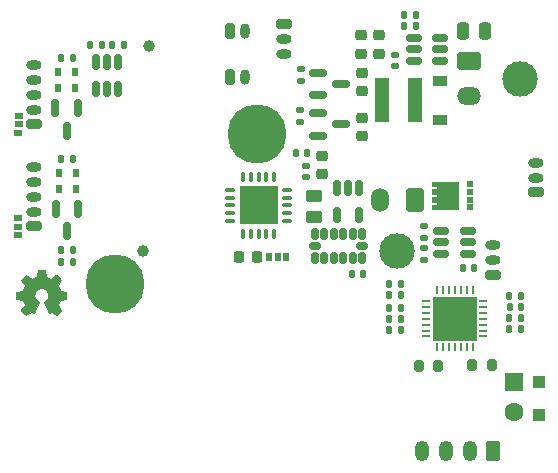
<source format=gbs>
%TF.GenerationSoftware,KiCad,Pcbnew,(6.0.6)*%
%TF.CreationDate,2022-08-27T18:47:02+08:00*%
%TF.ProjectId,Stealthburner_Toolhead_PCB,53746561-6c74-4686-9275-726e65725f54,rev?*%
%TF.SameCoordinates,Original*%
%TF.FileFunction,Soldermask,Bot*%
%TF.FilePolarity,Negative*%
%FSLAX46Y46*%
G04 Gerber Fmt 4.6, Leading zero omitted, Abs format (unit mm)*
G04 Created by KiCad (PCBNEW (6.0.6)) date 2022-08-27 18:47:02*
%MOMM*%
%LPD*%
G01*
G04 APERTURE LIST*
G04 Aperture macros list*
%AMRoundRect*
0 Rectangle with rounded corners*
0 $1 Rounding radius*
0 $2 $3 $4 $5 $6 $7 $8 $9 X,Y pos of 4 corners*
0 Add a 4 corners polygon primitive as box body*
4,1,4,$2,$3,$4,$5,$6,$7,$8,$9,$2,$3,0*
0 Add four circle primitives for the rounded corners*
1,1,$1+$1,$2,$3*
1,1,$1+$1,$4,$5*
1,1,$1+$1,$6,$7*
1,1,$1+$1,$8,$9*
0 Add four rect primitives between the rounded corners*
20,1,$1+$1,$2,$3,$4,$5,0*
20,1,$1+$1,$4,$5,$6,$7,0*
20,1,$1+$1,$6,$7,$8,$9,0*
20,1,$1+$1,$8,$9,$2,$3,0*%
%AMFreePoly0*
4,1,17,1.370000,0.720000,0.950000,0.720000,0.950000,0.580000,1.370000,0.580000,1.370000,0.080000,0.950000,0.080000,0.950000,-0.080000,1.370000,-0.080000,1.370000,-0.580000,0.950000,-0.580000,0.950000,-0.720000,1.371000,-0.720000,1.371000,-1.225000,-0.950000,-1.225000,-0.950000,1.225000,1.370000,1.225000,1.370000,0.720000,1.370000,0.720000,$1*%
G04 Aperture macros list end*
%ADD10C,0.024000*%
%ADD11RoundRect,0.200000X-0.200000X-0.450000X0.200000X-0.450000X0.200000X0.450000X-0.200000X0.450000X0*%
%ADD12O,0.800000X1.300000*%
%ADD13C,3.000000*%
%ADD14RoundRect,0.250001X0.499999X0.759999X-0.499999X0.759999X-0.499999X-0.759999X0.499999X-0.759999X0*%
%ADD15O,1.500000X2.020000*%
%ADD16RoundRect,0.200000X0.450000X-0.200000X0.450000X0.200000X-0.450000X0.200000X-0.450000X-0.200000X0*%
%ADD17O,1.300000X0.800000*%
%ADD18R,1.600000X1.600000*%
%ADD19C,1.600000*%
%ADD20C,1.000000*%
%ADD21C,5.000000*%
%ADD22RoundRect,0.200000X-0.450000X0.200000X-0.450000X-0.200000X0.450000X-0.200000X0.450000X0.200000X0*%
%ADD23RoundRect,0.250001X-0.759999X0.499999X-0.759999X-0.499999X0.759999X-0.499999X0.759999X0.499999X0*%
%ADD24O,2.020000X1.500000*%
%ADD25RoundRect,0.225000X0.250000X-0.225000X0.250000X0.225000X-0.250000X0.225000X-0.250000X-0.225000X0*%
%ADD26RoundRect,0.225000X-0.250000X0.225000X-0.250000X-0.225000X0.250000X-0.225000X0.250000X0.225000X0*%
%ADD27RoundRect,0.150000X-0.512500X-0.150000X0.512500X-0.150000X0.512500X0.150000X-0.512500X0.150000X0*%
%ADD28RoundRect,0.075000X0.337500X0.075000X-0.337500X0.075000X-0.337500X-0.075000X0.337500X-0.075000X0*%
%ADD29RoundRect,0.075000X0.075000X0.337500X-0.075000X0.337500X-0.075000X-0.337500X0.075000X-0.337500X0*%
%ADD30R,3.250000X3.250000*%
%ADD31RoundRect,0.135000X0.135000X0.185000X-0.135000X0.185000X-0.135000X-0.185000X0.135000X-0.185000X0*%
%ADD32RoundRect,0.135000X-0.135000X-0.185000X0.135000X-0.185000X0.135000X0.185000X-0.135000X0.185000X0*%
%ADD33RoundRect,0.140000X0.140000X0.170000X-0.140000X0.170000X-0.140000X-0.170000X0.140000X-0.170000X0*%
%ADD34RoundRect,0.150000X-0.150000X0.587500X-0.150000X-0.587500X0.150000X-0.587500X0.150000X0.587500X0*%
%ADD35RoundRect,0.150000X-0.587500X-0.150000X0.587500X-0.150000X0.587500X0.150000X-0.587500X0.150000X0*%
%ADD36RoundRect,0.140000X0.170000X-0.140000X0.170000X0.140000X-0.170000X0.140000X-0.170000X-0.140000X0*%
%ADD37RoundRect,0.140000X-0.140000X-0.170000X0.140000X-0.170000X0.140000X0.170000X-0.140000X0.170000X0*%
%ADD38R,0.630000X0.500000*%
%ADD39FreePoly0,180.000000*%
%ADD40R,0.600000X0.700000*%
%ADD41RoundRect,0.250000X-0.450000X0.262500X-0.450000X-0.262500X0.450000X-0.262500X0.450000X0.262500X0*%
%ADD42RoundRect,0.200000X-0.200000X-0.275000X0.200000X-0.275000X0.200000X0.275000X-0.200000X0.275000X0*%
%ADD43RoundRect,0.200000X0.200000X0.275000X-0.200000X0.275000X-0.200000X-0.275000X0.200000X-0.275000X0*%
%ADD44RoundRect,0.150000X-0.150000X0.512500X-0.150000X-0.512500X0.150000X-0.512500X0.150000X0.512500X0*%
%ADD45R,1.200000X0.900000*%
%ADD46R,1.200000X3.700000*%
%ADD47RoundRect,0.140000X-0.170000X0.140000X-0.170000X-0.140000X0.170000X-0.140000X0.170000X0.140000X0*%
%ADD48R,0.800000X0.500000*%
%ADD49R,0.762000X0.254000*%
%ADD50R,0.254000X0.762000*%
%ADD51R,3.800000X3.800000*%
%ADD52RoundRect,0.150000X0.150000X-0.325000X0.150000X0.325000X-0.150000X0.325000X-0.150000X-0.325000X0*%
%ADD53RoundRect,0.150000X0.325000X-0.150000X0.325000X0.150000X-0.325000X0.150000X-0.325000X-0.150000X0*%
%ADD54R,0.500000X0.800000*%
%ADD55RoundRect,0.218750X-0.256250X0.218750X-0.256250X-0.218750X0.256250X-0.218750X0.256250X0.218750X0*%
%ADD56RoundRect,0.250000X-0.250000X-0.475000X0.250000X-0.475000X0.250000X0.475000X-0.250000X0.475000X0*%
%ADD57RoundRect,0.135000X-0.185000X0.135000X-0.185000X-0.135000X0.185000X-0.135000X0.185000X0.135000X0*%
%ADD58RoundRect,0.250000X0.350000X0.625000X-0.350000X0.625000X-0.350000X-0.625000X0.350000X-0.625000X0*%
%ADD59O,1.200000X1.750000*%
%ADD60RoundRect,0.225000X0.225000X0.250000X-0.225000X0.250000X-0.225000X-0.250000X0.225000X-0.250000X0*%
%ADD61R,1.100000X1.100000*%
%ADD62RoundRect,0.135000X0.185000X-0.135000X0.185000X0.135000X-0.185000X0.135000X-0.185000X-0.135000X0*%
G04 APERTURE END LIST*
D10*
G36*
X103590643Y-120141124D02*
G01*
X103591892Y-120141242D01*
X103593127Y-120141411D01*
X103594346Y-120141631D01*
X103595548Y-120141901D01*
X103596733Y-120142219D01*
X103597899Y-120142584D01*
X103599044Y-120142996D01*
X103600168Y-120143454D01*
X103601270Y-120143956D01*
X103602347Y-120144501D01*
X103603399Y-120145089D01*
X103604426Y-120145719D01*
X103605424Y-120146389D01*
X103606394Y-120147099D01*
X103607334Y-120147847D01*
X103608243Y-120148633D01*
X103609120Y-120149455D01*
X103609963Y-120150312D01*
X103610771Y-120151205D01*
X103611543Y-120152130D01*
X103612279Y-120153088D01*
X103612976Y-120154078D01*
X103613633Y-120155098D01*
X103614249Y-120156148D01*
X103614824Y-120157226D01*
X103615355Y-120158331D01*
X103615842Y-120159463D01*
X103616284Y-120160621D01*
X103616678Y-120161803D01*
X103617025Y-120163009D01*
X103617322Y-120164236D01*
X103717970Y-120702716D01*
X103718595Y-120705394D01*
X103719384Y-120708007D01*
X103720330Y-120710550D01*
X103721428Y-120713017D01*
X103722674Y-120715402D01*
X103724062Y-120717699D01*
X103725587Y-120719901D01*
X103727244Y-120722002D01*
X103729028Y-120723997D01*
X103730934Y-120725880D01*
X103732956Y-120727643D01*
X103735090Y-120729282D01*
X103737331Y-120730790D01*
X103739672Y-120732160D01*
X103742110Y-120733388D01*
X103744639Y-120734466D01*
X104107542Y-120882739D01*
X104110042Y-120883715D01*
X104112579Y-120884535D01*
X104115147Y-120885199D01*
X104117739Y-120885708D01*
X104120348Y-120886062D01*
X104122966Y-120886262D01*
X104125588Y-120886308D01*
X104128206Y-120886201D01*
X104130813Y-120885941D01*
X104133402Y-120885529D01*
X104135967Y-120884964D01*
X104138501Y-120884248D01*
X104140996Y-120883382D01*
X104143445Y-120882365D01*
X104145843Y-120881198D01*
X104148182Y-120879881D01*
X104596809Y-120568096D01*
X104597885Y-120567431D01*
X104598980Y-120566816D01*
X104600093Y-120566252D01*
X104601221Y-120565738D01*
X104602365Y-120565275D01*
X104603521Y-120564862D01*
X104604689Y-120564499D01*
X104605866Y-120564185D01*
X104607052Y-120563922D01*
X104608245Y-120563708D01*
X104610644Y-120563428D01*
X104613051Y-120563345D01*
X104615453Y-120563458D01*
X104617839Y-120563765D01*
X104620194Y-120564266D01*
X104622508Y-120564959D01*
X104623645Y-120565377D01*
X104624767Y-120565843D01*
X104625872Y-120566357D01*
X104626959Y-120566918D01*
X104628025Y-120567526D01*
X104629070Y-120568181D01*
X104630092Y-120568884D01*
X104631090Y-120569633D01*
X104632061Y-120570429D01*
X104633004Y-120571271D01*
X105014005Y-120952271D01*
X105014852Y-120953198D01*
X105015653Y-120954153D01*
X105017117Y-120956141D01*
X105018394Y-120958224D01*
X105019484Y-120960387D01*
X105020385Y-120962620D01*
X105021097Y-120964909D01*
X105021617Y-120967243D01*
X105021945Y-120969607D01*
X105022079Y-120971990D01*
X105022019Y-120974380D01*
X105021762Y-120976764D01*
X105021309Y-120979128D01*
X105020656Y-120981462D01*
X105019805Y-120983751D01*
X105018752Y-120985984D01*
X105018150Y-120987076D01*
X105017497Y-120988149D01*
X104713332Y-121432649D01*
X104712008Y-121434968D01*
X104710837Y-121437347D01*
X104709819Y-121439780D01*
X104708956Y-121442260D01*
X104708248Y-121444778D01*
X104707694Y-121447328D01*
X104707297Y-121449903D01*
X104707055Y-121452495D01*
X104706970Y-121455096D01*
X104707041Y-121457700D01*
X104707270Y-121460300D01*
X104707657Y-121462887D01*
X104708202Y-121465456D01*
X104708906Y-121467997D01*
X104709769Y-121470505D01*
X104710792Y-121472971D01*
X104869542Y-121846351D01*
X104870661Y-121848849D01*
X104871921Y-121851258D01*
X104873318Y-121853574D01*
X104874845Y-121855791D01*
X104876496Y-121857906D01*
X104878267Y-121859912D01*
X104880151Y-121861807D01*
X104882143Y-121863584D01*
X104884237Y-121865239D01*
X104886428Y-121866768D01*
X104888711Y-121868166D01*
X104891078Y-121869428D01*
X104893526Y-121870549D01*
X104896048Y-121871525D01*
X104898638Y-121872350D01*
X104901292Y-121873021D01*
X105423262Y-121969859D01*
X105423897Y-121969859D01*
X105425119Y-121970165D01*
X105426319Y-121970520D01*
X105427495Y-121970921D01*
X105428647Y-121971369D01*
X105429774Y-121971862D01*
X105430875Y-121972398D01*
X105432993Y-121973596D01*
X105434995Y-121974955D01*
X105436872Y-121976465D01*
X105438617Y-121978116D01*
X105440222Y-121979900D01*
X105441678Y-121981806D01*
X105442979Y-121983826D01*
X105444116Y-121985950D01*
X105445082Y-121988168D01*
X105445868Y-121990472D01*
X105446192Y-121991652D01*
X105446467Y-121992851D01*
X105446695Y-121994066D01*
X105446872Y-121995296D01*
X105446999Y-121996541D01*
X105447074Y-121997799D01*
X105447073Y-122533104D01*
X105447008Y-122534365D01*
X105446890Y-122535614D01*
X105446721Y-122536849D01*
X105446501Y-122538068D01*
X105446232Y-122539270D01*
X105445914Y-122540455D01*
X105445548Y-122541621D01*
X105445136Y-122542766D01*
X105444679Y-122543890D01*
X105444177Y-122544992D01*
X105443631Y-122546069D01*
X105443043Y-122547121D01*
X105442413Y-122548148D01*
X105441743Y-122549146D01*
X105441034Y-122550116D01*
X105440286Y-122551056D01*
X105439500Y-122551965D01*
X105438678Y-122552842D01*
X105437820Y-122553685D01*
X105436928Y-122554493D01*
X105436002Y-122555265D01*
X105435044Y-122556001D01*
X105434055Y-122556698D01*
X105433035Y-122557355D01*
X105431985Y-122557971D01*
X105430907Y-122558546D01*
X105429801Y-122559077D01*
X105428669Y-122559564D01*
X105427512Y-122560005D01*
X105426330Y-122560400D01*
X105425125Y-122560746D01*
X105423897Y-122561044D01*
X104915897Y-122656293D01*
X104913221Y-122656959D01*
X104910611Y-122657785D01*
X104908071Y-122658765D01*
X104905608Y-122659894D01*
X104903226Y-122661167D01*
X104900934Y-122662580D01*
X104898735Y-122664127D01*
X104896636Y-122665804D01*
X104894643Y-122667605D01*
X104892762Y-122669526D01*
X104890998Y-122671561D01*
X104889358Y-122673706D01*
X104887846Y-122675955D01*
X104886470Y-122678304D01*
X104885235Y-122680748D01*
X104884147Y-122683281D01*
X104725397Y-123080156D01*
X104724421Y-123082656D01*
X104723601Y-123085193D01*
X104722936Y-123087761D01*
X104722427Y-123090353D01*
X104722073Y-123092962D01*
X104721873Y-123095581D01*
X104721827Y-123098202D01*
X104721935Y-123100820D01*
X104722195Y-123103427D01*
X104722607Y-123106016D01*
X104723172Y-123108581D01*
X104723887Y-123111115D01*
X104724754Y-123113610D01*
X104725771Y-123116060D01*
X104726938Y-123118457D01*
X104728254Y-123120796D01*
X105017497Y-123542119D01*
X105018154Y-123543201D01*
X105018761Y-123544302D01*
X105019316Y-123545420D01*
X105019821Y-123546554D01*
X105020275Y-123547702D01*
X105020679Y-123548863D01*
X105021033Y-123550035D01*
X105021337Y-123551216D01*
X105021591Y-123552405D01*
X105021795Y-123553600D01*
X105022054Y-123556004D01*
X105022117Y-123558414D01*
X105021983Y-123560817D01*
X105021655Y-123563202D01*
X105021133Y-123565556D01*
X105020418Y-123567865D01*
X105019989Y-123569000D01*
X105019513Y-123570118D01*
X105018989Y-123571220D01*
X105018418Y-123572302D01*
X105017799Y-123573364D01*
X105017133Y-123574405D01*
X105016421Y-123575421D01*
X105015662Y-123576413D01*
X105014856Y-123577377D01*
X105014004Y-123578314D01*
X104633004Y-123959314D01*
X104632068Y-123960166D01*
X104631103Y-123960971D01*
X104629095Y-123962443D01*
X104626993Y-123963727D01*
X104624809Y-123964822D01*
X104622556Y-123965728D01*
X104620246Y-123966442D01*
X104617893Y-123966964D01*
X104615508Y-123967292D01*
X104613104Y-123967426D01*
X104610695Y-123967364D01*
X104608291Y-123967104D01*
X104605907Y-123966646D01*
X104603554Y-123965989D01*
X104601245Y-123965130D01*
X104598992Y-123964070D01*
X104597891Y-123963463D01*
X104596809Y-123962806D01*
X104184059Y-123677056D01*
X104181715Y-123675854D01*
X104179316Y-123674813D01*
X104176870Y-123673931D01*
X104174386Y-123673210D01*
X104171870Y-123672649D01*
X104169332Y-123672249D01*
X104166778Y-123672008D01*
X104164215Y-123671928D01*
X104161653Y-123672008D01*
X104159099Y-123672249D01*
X104156561Y-123672649D01*
X104154045Y-123673210D01*
X104151561Y-123673931D01*
X104149115Y-123674813D01*
X104146716Y-123675854D01*
X104144372Y-123677056D01*
X103961809Y-123774529D01*
X103960790Y-123775041D01*
X103959749Y-123775497D01*
X103958691Y-123775896D01*
X103957617Y-123776238D01*
X103956529Y-123776523D01*
X103955430Y-123776751D01*
X103954322Y-123776920D01*
X103953208Y-123777032D01*
X103952089Y-123777087D01*
X103950969Y-123777083D01*
X103949848Y-123777020D01*
X103948730Y-123776900D01*
X103947617Y-123776720D01*
X103946512Y-123776482D01*
X103945415Y-123776185D01*
X103944331Y-123775829D01*
X103943267Y-123775417D01*
X103942231Y-123774951D01*
X103941225Y-123774433D01*
X103940251Y-123773865D01*
X103939311Y-123773249D01*
X103938405Y-123772586D01*
X103937537Y-123771878D01*
X103936706Y-123771127D01*
X103935916Y-123770333D01*
X103935167Y-123769499D01*
X103934462Y-123768626D01*
X103933802Y-123767715D01*
X103933189Y-123766770D01*
X103932624Y-123765790D01*
X103932110Y-123764777D01*
X103931647Y-123763734D01*
X103554457Y-122854096D01*
X103554054Y-122852917D01*
X103553704Y-122851731D01*
X103553407Y-122850538D01*
X103553162Y-122849342D01*
X103552969Y-122848142D01*
X103552828Y-122846941D01*
X103552737Y-122845741D01*
X103552697Y-122844542D01*
X103552706Y-122843346D01*
X103552765Y-122842154D01*
X103552873Y-122840969D01*
X103553030Y-122839791D01*
X103553234Y-122838622D01*
X103553485Y-122837464D01*
X103553784Y-122836318D01*
X103554129Y-122835185D01*
X103554520Y-122834068D01*
X103554956Y-122832967D01*
X103555438Y-122831884D01*
X103555964Y-122830820D01*
X103556534Y-122829778D01*
X103557147Y-122828758D01*
X103557804Y-122827762D01*
X103558503Y-122826791D01*
X103559244Y-122825848D01*
X103560027Y-122824933D01*
X103560851Y-122824048D01*
X103561715Y-122823194D01*
X103562620Y-122822373D01*
X103563564Y-122821587D01*
X103564547Y-122820837D01*
X103565569Y-122820124D01*
X103611289Y-122792184D01*
X103615104Y-122789679D01*
X103618863Y-122787094D01*
X103622565Y-122784430D01*
X103626210Y-122781688D01*
X103629795Y-122778869D01*
X103633319Y-122775974D01*
X103636782Y-122773003D01*
X103640182Y-122769959D01*
X103680480Y-122741848D01*
X103717876Y-122710912D01*
X103752286Y-122677368D01*
X103783629Y-122641433D01*
X103811825Y-122603324D01*
X103836790Y-122563258D01*
X103858445Y-122521453D01*
X103876706Y-122478125D01*
X103891493Y-122433492D01*
X103902724Y-122387770D01*
X103910317Y-122341177D01*
X103914192Y-122293931D01*
X103914265Y-122246247D01*
X103910456Y-122198343D01*
X103902683Y-122150437D01*
X103890864Y-122102745D01*
X103883470Y-122079223D01*
X103875171Y-122056184D01*
X103855953Y-122011618D01*
X103833394Y-121969187D01*
X103807681Y-121929030D01*
X103778999Y-121891286D01*
X103747533Y-121856094D01*
X103713470Y-121823594D01*
X103676995Y-121793923D01*
X103638292Y-121767222D01*
X103597549Y-121743630D01*
X103554950Y-121723286D01*
X103510682Y-121706329D01*
X103464928Y-121692897D01*
X103417876Y-121683131D01*
X103369711Y-121677170D01*
X103345269Y-121675659D01*
X103320618Y-121675152D01*
X103295967Y-121675659D01*
X103271525Y-121677170D01*
X103247315Y-121679666D01*
X103223360Y-121683131D01*
X103199683Y-121687548D01*
X103176308Y-121692897D01*
X103153257Y-121699164D01*
X103130555Y-121706329D01*
X103108223Y-121714375D01*
X103086286Y-121723286D01*
X103064766Y-121733044D01*
X103043687Y-121743630D01*
X103023072Y-121755029D01*
X103002944Y-121767222D01*
X102983326Y-121780193D01*
X102964242Y-121793923D01*
X102945714Y-121808396D01*
X102927766Y-121823594D01*
X102910421Y-121839499D01*
X102893703Y-121856094D01*
X102877634Y-121873363D01*
X102862237Y-121891286D01*
X102847537Y-121909848D01*
X102833555Y-121929030D01*
X102820316Y-121948816D01*
X102807842Y-121969187D01*
X102796157Y-121990127D01*
X102785283Y-122011618D01*
X102775245Y-122033643D01*
X102766065Y-122056184D01*
X102757766Y-122079223D01*
X102750372Y-122102745D01*
X102743952Y-122126550D01*
X102738553Y-122150437D01*
X102734166Y-122174377D01*
X102730780Y-122198343D01*
X102728385Y-122222309D01*
X102726971Y-122246247D01*
X102726528Y-122270130D01*
X102727044Y-122293931D01*
X102728512Y-122317622D01*
X102730919Y-122341177D01*
X102734255Y-122364569D01*
X102738512Y-122387770D01*
X102743678Y-122410754D01*
X102749743Y-122433492D01*
X102756697Y-122455958D01*
X102764530Y-122478125D01*
X102773231Y-122499966D01*
X102782791Y-122521453D01*
X102793199Y-122542560D01*
X102804446Y-122563258D01*
X102816520Y-122583522D01*
X102829411Y-122603324D01*
X102843110Y-122622637D01*
X102857607Y-122641433D01*
X102872890Y-122659686D01*
X102888950Y-122677368D01*
X102905777Y-122694453D01*
X102923361Y-122710912D01*
X102941690Y-122726720D01*
X102960756Y-122741848D01*
X102980547Y-122756270D01*
X103001055Y-122769959D01*
X103004454Y-122773003D01*
X103007917Y-122775974D01*
X103011442Y-122778869D01*
X103015027Y-122781688D01*
X103018671Y-122784430D01*
X103022373Y-122787094D01*
X103026132Y-122789679D01*
X103029947Y-122792184D01*
X103075667Y-122820124D01*
X103076696Y-122820832D01*
X103077686Y-122821578D01*
X103078635Y-122822361D01*
X103079544Y-122823180D01*
X103081238Y-122824918D01*
X103082763Y-122826777D01*
X103084115Y-122828748D01*
X103085291Y-122830815D01*
X103086286Y-122832968D01*
X103087097Y-122835193D01*
X103087719Y-122837478D01*
X103088149Y-122839811D01*
X103088383Y-122842178D01*
X103088415Y-122844567D01*
X103088244Y-122846966D01*
X103087864Y-122849363D01*
X103087594Y-122850556D01*
X103087271Y-122851743D01*
X103086894Y-122852924D01*
X103086462Y-122854096D01*
X102710542Y-123765639D01*
X102710089Y-123766767D01*
X102709576Y-123767862D01*
X102709005Y-123768922D01*
X102708379Y-123769945D01*
X102707698Y-123770928D01*
X102706967Y-123771870D01*
X102706185Y-123772769D01*
X102705355Y-123773623D01*
X102704480Y-123774430D01*
X102703561Y-123775188D01*
X102702600Y-123775895D01*
X102701600Y-123776550D01*
X102700561Y-123777149D01*
X102699487Y-123777692D01*
X102698379Y-123778176D01*
X102697239Y-123778600D01*
X102696077Y-123778959D01*
X102694903Y-123779251D01*
X102693720Y-123779475D01*
X102692532Y-123779633D01*
X102691340Y-123779724D01*
X102690147Y-123779749D01*
X102688956Y-123779708D01*
X102687770Y-123779602D01*
X102686592Y-123779431D01*
X102685425Y-123779194D01*
X102684270Y-123778894D01*
X102683132Y-123778529D01*
X102682012Y-123778100D01*
X102680913Y-123777608D01*
X102679839Y-123777052D01*
X102678792Y-123776434D01*
X102496230Y-123678961D01*
X102493885Y-123677759D01*
X102491486Y-123676717D01*
X102489040Y-123675836D01*
X102486556Y-123675115D01*
X102484041Y-123674554D01*
X102481502Y-123674153D01*
X102478948Y-123673913D01*
X102476386Y-123673833D01*
X102473824Y-123673913D01*
X102471269Y-123674153D01*
X102468731Y-123674554D01*
X102466215Y-123675115D01*
X102463731Y-123675836D01*
X102461285Y-123676717D01*
X102458887Y-123677759D01*
X102456542Y-123678961D01*
X102043792Y-123964711D01*
X102042710Y-123965368D01*
X102041609Y-123965975D01*
X102040491Y-123966530D01*
X102039357Y-123967035D01*
X102038208Y-123967490D01*
X102037048Y-123967894D01*
X102035876Y-123968247D01*
X102034695Y-123968551D01*
X102033506Y-123968805D01*
X102032310Y-123969009D01*
X102029907Y-123969269D01*
X102027497Y-123969331D01*
X102025093Y-123969197D01*
X102022708Y-123968869D01*
X102020355Y-123968347D01*
X102018045Y-123967633D01*
X102016911Y-123967204D01*
X102015792Y-123966727D01*
X102014691Y-123966203D01*
X102013608Y-123965632D01*
X102012546Y-123965013D01*
X102011506Y-123964348D01*
X102010490Y-123963636D01*
X102009498Y-123962876D01*
X102008533Y-123962071D01*
X102007597Y-123961219D01*
X101626597Y-123580218D01*
X101625081Y-123578257D01*
X101623737Y-123576206D01*
X101622565Y-123574077D01*
X101621566Y-123571879D01*
X101620741Y-123569625D01*
X101620091Y-123567323D01*
X101619617Y-123564985D01*
X101619320Y-123562620D01*
X101619201Y-123560240D01*
X101619261Y-123557855D01*
X101619500Y-123555475D01*
X101619919Y-123553111D01*
X101620521Y-123550774D01*
X101621304Y-123548473D01*
X101622271Y-123546219D01*
X101623422Y-123544024D01*
X101912664Y-123122701D01*
X101913981Y-123120363D01*
X101915148Y-123117965D01*
X101916165Y-123115515D01*
X101917031Y-123113020D01*
X101917747Y-123110487D01*
X101918312Y-123107922D01*
X101918724Y-123105332D01*
X101918984Y-123102725D01*
X101919091Y-123100107D01*
X101919045Y-123097486D01*
X101918845Y-123094867D01*
X101918491Y-123092258D01*
X101917982Y-123089667D01*
X101917318Y-123087099D01*
X101916498Y-123084561D01*
X101915522Y-123082061D01*
X101756772Y-122685187D01*
X101755754Y-122682718D01*
X101754595Y-122680331D01*
X101753301Y-122678031D01*
X101751878Y-122675823D01*
X101750330Y-122673711D01*
X101748663Y-122671700D01*
X101746883Y-122669795D01*
X101744994Y-122668001D01*
X101743001Y-122666323D01*
X101740911Y-122664764D01*
X101738728Y-122663330D01*
X101736458Y-122662026D01*
X101734106Y-122660856D01*
X101731677Y-122659825D01*
X101729176Y-122658938D01*
X101726609Y-122658199D01*
X101218610Y-122562949D01*
X101217382Y-122562651D01*
X101216176Y-122562305D01*
X101214994Y-122561910D01*
X101213837Y-122561469D01*
X101212704Y-122560982D01*
X101211599Y-122560451D01*
X101210521Y-122559876D01*
X101209471Y-122559260D01*
X101207461Y-122557906D01*
X101205578Y-122556398D01*
X101203828Y-122554747D01*
X101202220Y-122552961D01*
X101200762Y-122551051D01*
X101199462Y-122549026D01*
X101198329Y-122546897D01*
X101197369Y-122544671D01*
X101196957Y-122543526D01*
X101196592Y-122542360D01*
X101196274Y-122541176D01*
X101196004Y-122539973D01*
X101195784Y-122538754D01*
X101195615Y-122537519D01*
X101195497Y-122536271D01*
X101195432Y-122535009D01*
X101195432Y-121997799D01*
X101195507Y-121996541D01*
X101195634Y-121995296D01*
X101195811Y-121994066D01*
X101196038Y-121992851D01*
X101196314Y-121991652D01*
X101196638Y-121990472D01*
X101197008Y-121989310D01*
X101197424Y-121988168D01*
X101197885Y-121987048D01*
X101198390Y-121985950D01*
X101198938Y-121984876D01*
X101199527Y-121983826D01*
X101200157Y-121982803D01*
X101200828Y-121981806D01*
X101201537Y-121980838D01*
X101202284Y-121979900D01*
X101203069Y-121978992D01*
X101203889Y-121978116D01*
X101204744Y-121977273D01*
X101205634Y-121976465D01*
X101206556Y-121975691D01*
X101207511Y-121974955D01*
X101208497Y-121974256D01*
X101209513Y-121973596D01*
X101210558Y-121972976D01*
X101211631Y-121972398D01*
X101212732Y-121971861D01*
X101213859Y-121971369D01*
X101215011Y-121970921D01*
X101216187Y-121970520D01*
X101217387Y-121970165D01*
X101218609Y-121969859D01*
X101740897Y-121874609D01*
X101743551Y-121873938D01*
X101746141Y-121873112D01*
X101748663Y-121872136D01*
X101751111Y-121871015D01*
X101753478Y-121869753D01*
X101755760Y-121868356D01*
X101757952Y-121866827D01*
X101760046Y-121865171D01*
X101762038Y-121863394D01*
X101763922Y-121861500D01*
X101765693Y-121859493D01*
X101767344Y-121857379D01*
X101768871Y-121855162D01*
X101770268Y-121852846D01*
X101771528Y-121850437D01*
X101772647Y-121847939D01*
X101931397Y-121474559D01*
X101932308Y-121472091D01*
X101933063Y-121469589D01*
X101933663Y-121467060D01*
X101934107Y-121464510D01*
X101934397Y-121461947D01*
X101934533Y-121459378D01*
X101934516Y-121456810D01*
X101934347Y-121454249D01*
X101934026Y-121451703D01*
X101933554Y-121449178D01*
X101932931Y-121446682D01*
X101932159Y-121444221D01*
X101931238Y-121441803D01*
X101930169Y-121439434D01*
X101928951Y-121437121D01*
X101927587Y-121434871D01*
X101623422Y-120990372D01*
X101622769Y-120989299D01*
X101622167Y-120988207D01*
X101621616Y-120987098D01*
X101621114Y-120985974D01*
X101620663Y-120984835D01*
X101620263Y-120983684D01*
X101619912Y-120982522D01*
X101619610Y-120981351D01*
X101619359Y-120980172D01*
X101619157Y-120978986D01*
X101619004Y-120977796D01*
X101618900Y-120976603D01*
X101618840Y-120974213D01*
X101618974Y-120971830D01*
X101619302Y-120969465D01*
X101619822Y-120967132D01*
X101620154Y-120965981D01*
X101620533Y-120964843D01*
X101620960Y-120963719D01*
X101621435Y-120962610D01*
X101621956Y-120961519D01*
X101622525Y-120960446D01*
X101623140Y-120959394D01*
X101623802Y-120958364D01*
X101624511Y-120957357D01*
X101625266Y-120956376D01*
X101626067Y-120955421D01*
X101626914Y-120954494D01*
X102007914Y-120573494D01*
X102008858Y-120572651D01*
X102009829Y-120571856D01*
X102011848Y-120570404D01*
X102013960Y-120569140D01*
X102016152Y-120568066D01*
X102018411Y-120567181D01*
X102020725Y-120566488D01*
X102023080Y-120565988D01*
X102025466Y-120565680D01*
X102027868Y-120565568D01*
X102030275Y-120565650D01*
X102032674Y-120565930D01*
X102035053Y-120566408D01*
X102037398Y-120567084D01*
X102039698Y-120567961D01*
X102041939Y-120569039D01*
X102043034Y-120569654D01*
X102044109Y-120570319D01*
X102494959Y-120879881D01*
X102497298Y-120881198D01*
X102499696Y-120882365D01*
X102502146Y-120883382D01*
X102504641Y-120884248D01*
X102507174Y-120884964D01*
X102509739Y-120885529D01*
X102512329Y-120885941D01*
X102514936Y-120886201D01*
X102517553Y-120886308D01*
X102520175Y-120886262D01*
X102522794Y-120886062D01*
X102525402Y-120885708D01*
X102527994Y-120885199D01*
X102530562Y-120884535D01*
X102533099Y-120883715D01*
X102535599Y-120882739D01*
X102897232Y-120735736D01*
X102899761Y-120734658D01*
X102902199Y-120733430D01*
X102904541Y-120732060D01*
X102906781Y-120730552D01*
X102908915Y-120728913D01*
X102910938Y-120727150D01*
X102912843Y-120725267D01*
X102914627Y-120723272D01*
X102916285Y-120721171D01*
X102917810Y-120718969D01*
X102919198Y-120716672D01*
X102920443Y-120714287D01*
X102921542Y-120711820D01*
X102922488Y-120709277D01*
X102923276Y-120706664D01*
X102923902Y-120703986D01*
X103024549Y-120164237D01*
X103024843Y-120163019D01*
X103025186Y-120161823D01*
X103025576Y-120160650D01*
X103026012Y-120159501D01*
X103026492Y-120158377D01*
X103027017Y-120157279D01*
X103027584Y-120156208D01*
X103028193Y-120155165D01*
X103029530Y-120153166D01*
X103031018Y-120151291D01*
X103032649Y-120149547D01*
X103034412Y-120147942D01*
X103036299Y-120146484D01*
X103038299Y-120145181D01*
X103040405Y-120144041D01*
X103042605Y-120143072D01*
X103043738Y-120142653D01*
X103044892Y-120142281D01*
X103046064Y-120141955D01*
X103047255Y-120141677D01*
X103048462Y-120141447D01*
X103049684Y-120141267D01*
X103050922Y-120141137D01*
X103052172Y-120141059D01*
X103589382Y-120141059D01*
X103590643Y-120141124D01*
G37*
X103590643Y-120141124D02*
X103591892Y-120141242D01*
X103593127Y-120141411D01*
X103594346Y-120141631D01*
X103595548Y-120141901D01*
X103596733Y-120142219D01*
X103597899Y-120142584D01*
X103599044Y-120142996D01*
X103600168Y-120143454D01*
X103601270Y-120143956D01*
X103602347Y-120144501D01*
X103603399Y-120145089D01*
X103604426Y-120145719D01*
X103605424Y-120146389D01*
X103606394Y-120147099D01*
X103607334Y-120147847D01*
X103608243Y-120148633D01*
X103609120Y-120149455D01*
X103609963Y-120150312D01*
X103610771Y-120151205D01*
X103611543Y-120152130D01*
X103612279Y-120153088D01*
X103612976Y-120154078D01*
X103613633Y-120155098D01*
X103614249Y-120156148D01*
X103614824Y-120157226D01*
X103615355Y-120158331D01*
X103615842Y-120159463D01*
X103616284Y-120160621D01*
X103616678Y-120161803D01*
X103617025Y-120163009D01*
X103617322Y-120164236D01*
X103717970Y-120702716D01*
X103718595Y-120705394D01*
X103719384Y-120708007D01*
X103720330Y-120710550D01*
X103721428Y-120713017D01*
X103722674Y-120715402D01*
X103724062Y-120717699D01*
X103725587Y-120719901D01*
X103727244Y-120722002D01*
X103729028Y-120723997D01*
X103730934Y-120725880D01*
X103732956Y-120727643D01*
X103735090Y-120729282D01*
X103737331Y-120730790D01*
X103739672Y-120732160D01*
X103742110Y-120733388D01*
X103744639Y-120734466D01*
X104107542Y-120882739D01*
X104110042Y-120883715D01*
X104112579Y-120884535D01*
X104115147Y-120885199D01*
X104117739Y-120885708D01*
X104120348Y-120886062D01*
X104122966Y-120886262D01*
X104125588Y-120886308D01*
X104128206Y-120886201D01*
X104130813Y-120885941D01*
X104133402Y-120885529D01*
X104135967Y-120884964D01*
X104138501Y-120884248D01*
X104140996Y-120883382D01*
X104143445Y-120882365D01*
X104145843Y-120881198D01*
X104148182Y-120879881D01*
X104596809Y-120568096D01*
X104597885Y-120567431D01*
X104598980Y-120566816D01*
X104600093Y-120566252D01*
X104601221Y-120565738D01*
X104602365Y-120565275D01*
X104603521Y-120564862D01*
X104604689Y-120564499D01*
X104605866Y-120564185D01*
X104607052Y-120563922D01*
X104608245Y-120563708D01*
X104610644Y-120563428D01*
X104613051Y-120563345D01*
X104615453Y-120563458D01*
X104617839Y-120563765D01*
X104620194Y-120564266D01*
X104622508Y-120564959D01*
X104623645Y-120565377D01*
X104624767Y-120565843D01*
X104625872Y-120566357D01*
X104626959Y-120566918D01*
X104628025Y-120567526D01*
X104629070Y-120568181D01*
X104630092Y-120568884D01*
X104631090Y-120569633D01*
X104632061Y-120570429D01*
X104633004Y-120571271D01*
X105014005Y-120952271D01*
X105014852Y-120953198D01*
X105015653Y-120954153D01*
X105017117Y-120956141D01*
X105018394Y-120958224D01*
X105019484Y-120960387D01*
X105020385Y-120962620D01*
X105021097Y-120964909D01*
X105021617Y-120967243D01*
X105021945Y-120969607D01*
X105022079Y-120971990D01*
X105022019Y-120974380D01*
X105021762Y-120976764D01*
X105021309Y-120979128D01*
X105020656Y-120981462D01*
X105019805Y-120983751D01*
X105018752Y-120985984D01*
X105018150Y-120987076D01*
X105017497Y-120988149D01*
X104713332Y-121432649D01*
X104712008Y-121434968D01*
X104710837Y-121437347D01*
X104709819Y-121439780D01*
X104708956Y-121442260D01*
X104708248Y-121444778D01*
X104707694Y-121447328D01*
X104707297Y-121449903D01*
X104707055Y-121452495D01*
X104706970Y-121455096D01*
X104707041Y-121457700D01*
X104707270Y-121460300D01*
X104707657Y-121462887D01*
X104708202Y-121465456D01*
X104708906Y-121467997D01*
X104709769Y-121470505D01*
X104710792Y-121472971D01*
X104869542Y-121846351D01*
X104870661Y-121848849D01*
X104871921Y-121851258D01*
X104873318Y-121853574D01*
X104874845Y-121855791D01*
X104876496Y-121857906D01*
X104878267Y-121859912D01*
X104880151Y-121861807D01*
X104882143Y-121863584D01*
X104884237Y-121865239D01*
X104886428Y-121866768D01*
X104888711Y-121868166D01*
X104891078Y-121869428D01*
X104893526Y-121870549D01*
X104896048Y-121871525D01*
X104898638Y-121872350D01*
X104901292Y-121873021D01*
X105423262Y-121969859D01*
X105423897Y-121969859D01*
X105425119Y-121970165D01*
X105426319Y-121970520D01*
X105427495Y-121970921D01*
X105428647Y-121971369D01*
X105429774Y-121971862D01*
X105430875Y-121972398D01*
X105432993Y-121973596D01*
X105434995Y-121974955D01*
X105436872Y-121976465D01*
X105438617Y-121978116D01*
X105440222Y-121979900D01*
X105441678Y-121981806D01*
X105442979Y-121983826D01*
X105444116Y-121985950D01*
X105445082Y-121988168D01*
X105445868Y-121990472D01*
X105446192Y-121991652D01*
X105446467Y-121992851D01*
X105446695Y-121994066D01*
X105446872Y-121995296D01*
X105446999Y-121996541D01*
X105447074Y-121997799D01*
X105447073Y-122533104D01*
X105447008Y-122534365D01*
X105446890Y-122535614D01*
X105446721Y-122536849D01*
X105446501Y-122538068D01*
X105446232Y-122539270D01*
X105445914Y-122540455D01*
X105445548Y-122541621D01*
X105445136Y-122542766D01*
X105444679Y-122543890D01*
X105444177Y-122544992D01*
X105443631Y-122546069D01*
X105443043Y-122547121D01*
X105442413Y-122548148D01*
X105441743Y-122549146D01*
X105441034Y-122550116D01*
X105440286Y-122551056D01*
X105439500Y-122551965D01*
X105438678Y-122552842D01*
X105437820Y-122553685D01*
X105436928Y-122554493D01*
X105436002Y-122555265D01*
X105435044Y-122556001D01*
X105434055Y-122556698D01*
X105433035Y-122557355D01*
X105431985Y-122557971D01*
X105430907Y-122558546D01*
X105429801Y-122559077D01*
X105428669Y-122559564D01*
X105427512Y-122560005D01*
X105426330Y-122560400D01*
X105425125Y-122560746D01*
X105423897Y-122561044D01*
X104915897Y-122656293D01*
X104913221Y-122656959D01*
X104910611Y-122657785D01*
X104908071Y-122658765D01*
X104905608Y-122659894D01*
X104903226Y-122661167D01*
X104900934Y-122662580D01*
X104898735Y-122664127D01*
X104896636Y-122665804D01*
X104894643Y-122667605D01*
X104892762Y-122669526D01*
X104890998Y-122671561D01*
X104889358Y-122673706D01*
X104887846Y-122675955D01*
X104886470Y-122678304D01*
X104885235Y-122680748D01*
X104884147Y-122683281D01*
X104725397Y-123080156D01*
X104724421Y-123082656D01*
X104723601Y-123085193D01*
X104722936Y-123087761D01*
X104722427Y-123090353D01*
X104722073Y-123092962D01*
X104721873Y-123095581D01*
X104721827Y-123098202D01*
X104721935Y-123100820D01*
X104722195Y-123103427D01*
X104722607Y-123106016D01*
X104723172Y-123108581D01*
X104723887Y-123111115D01*
X104724754Y-123113610D01*
X104725771Y-123116060D01*
X104726938Y-123118457D01*
X104728254Y-123120796D01*
X105017497Y-123542119D01*
X105018154Y-123543201D01*
X105018761Y-123544302D01*
X105019316Y-123545420D01*
X105019821Y-123546554D01*
X105020275Y-123547702D01*
X105020679Y-123548863D01*
X105021033Y-123550035D01*
X105021337Y-123551216D01*
X105021591Y-123552405D01*
X105021795Y-123553600D01*
X105022054Y-123556004D01*
X105022117Y-123558414D01*
X105021983Y-123560817D01*
X105021655Y-123563202D01*
X105021133Y-123565556D01*
X105020418Y-123567865D01*
X105019989Y-123569000D01*
X105019513Y-123570118D01*
X105018989Y-123571220D01*
X105018418Y-123572302D01*
X105017799Y-123573364D01*
X105017133Y-123574405D01*
X105016421Y-123575421D01*
X105015662Y-123576413D01*
X105014856Y-123577377D01*
X105014004Y-123578314D01*
X104633004Y-123959314D01*
X104632068Y-123960166D01*
X104631103Y-123960971D01*
X104629095Y-123962443D01*
X104626993Y-123963727D01*
X104624809Y-123964822D01*
X104622556Y-123965728D01*
X104620246Y-123966442D01*
X104617893Y-123966964D01*
X104615508Y-123967292D01*
X104613104Y-123967426D01*
X104610695Y-123967364D01*
X104608291Y-123967104D01*
X104605907Y-123966646D01*
X104603554Y-123965989D01*
X104601245Y-123965130D01*
X104598992Y-123964070D01*
X104597891Y-123963463D01*
X104596809Y-123962806D01*
X104184059Y-123677056D01*
X104181715Y-123675854D01*
X104179316Y-123674813D01*
X104176870Y-123673931D01*
X104174386Y-123673210D01*
X104171870Y-123672649D01*
X104169332Y-123672249D01*
X104166778Y-123672008D01*
X104164215Y-123671928D01*
X104161653Y-123672008D01*
X104159099Y-123672249D01*
X104156561Y-123672649D01*
X104154045Y-123673210D01*
X104151561Y-123673931D01*
X104149115Y-123674813D01*
X104146716Y-123675854D01*
X104144372Y-123677056D01*
X103961809Y-123774529D01*
X103960790Y-123775041D01*
X103959749Y-123775497D01*
X103958691Y-123775896D01*
X103957617Y-123776238D01*
X103956529Y-123776523D01*
X103955430Y-123776751D01*
X103954322Y-123776920D01*
X103953208Y-123777032D01*
X103952089Y-123777087D01*
X103950969Y-123777083D01*
X103949848Y-123777020D01*
X103948730Y-123776900D01*
X103947617Y-123776720D01*
X103946512Y-123776482D01*
X103945415Y-123776185D01*
X103944331Y-123775829D01*
X103943267Y-123775417D01*
X103942231Y-123774951D01*
X103941225Y-123774433D01*
X103940251Y-123773865D01*
X103939311Y-123773249D01*
X103938405Y-123772586D01*
X103937537Y-123771878D01*
X103936706Y-123771127D01*
X103935916Y-123770333D01*
X103935167Y-123769499D01*
X103934462Y-123768626D01*
X103933802Y-123767715D01*
X103933189Y-123766770D01*
X103932624Y-123765790D01*
X103932110Y-123764777D01*
X103931647Y-123763734D01*
X103554457Y-122854096D01*
X103554054Y-122852917D01*
X103553704Y-122851731D01*
X103553407Y-122850538D01*
X103553162Y-122849342D01*
X103552969Y-122848142D01*
X103552828Y-122846941D01*
X103552737Y-122845741D01*
X103552697Y-122844542D01*
X103552706Y-122843346D01*
X103552765Y-122842154D01*
X103552873Y-122840969D01*
X103553030Y-122839791D01*
X103553234Y-122838622D01*
X103553485Y-122837464D01*
X103553784Y-122836318D01*
X103554129Y-122835185D01*
X103554520Y-122834068D01*
X103554956Y-122832967D01*
X103555438Y-122831884D01*
X103555964Y-122830820D01*
X103556534Y-122829778D01*
X103557147Y-122828758D01*
X103557804Y-122827762D01*
X103558503Y-122826791D01*
X103559244Y-122825848D01*
X103560027Y-122824933D01*
X103560851Y-122824048D01*
X103561715Y-122823194D01*
X103562620Y-122822373D01*
X103563564Y-122821587D01*
X103564547Y-122820837D01*
X103565569Y-122820124D01*
X103611289Y-122792184D01*
X103615104Y-122789679D01*
X103618863Y-122787094D01*
X103622565Y-122784430D01*
X103626210Y-122781688D01*
X103629795Y-122778869D01*
X103633319Y-122775974D01*
X103636782Y-122773003D01*
X103640182Y-122769959D01*
X103680480Y-122741848D01*
X103717876Y-122710912D01*
X103752286Y-122677368D01*
X103783629Y-122641433D01*
X103811825Y-122603324D01*
X103836790Y-122563258D01*
X103858445Y-122521453D01*
X103876706Y-122478125D01*
X103891493Y-122433492D01*
X103902724Y-122387770D01*
X103910317Y-122341177D01*
X103914192Y-122293931D01*
X103914265Y-122246247D01*
X103910456Y-122198343D01*
X103902683Y-122150437D01*
X103890864Y-122102745D01*
X103883470Y-122079223D01*
X103875171Y-122056184D01*
X103855953Y-122011618D01*
X103833394Y-121969187D01*
X103807681Y-121929030D01*
X103778999Y-121891286D01*
X103747533Y-121856094D01*
X103713470Y-121823594D01*
X103676995Y-121793923D01*
X103638292Y-121767222D01*
X103597549Y-121743630D01*
X103554950Y-121723286D01*
X103510682Y-121706329D01*
X103464928Y-121692897D01*
X103417876Y-121683131D01*
X103369711Y-121677170D01*
X103345269Y-121675659D01*
X103320618Y-121675152D01*
X103295967Y-121675659D01*
X103271525Y-121677170D01*
X103247315Y-121679666D01*
X103223360Y-121683131D01*
X103199683Y-121687548D01*
X103176308Y-121692897D01*
X103153257Y-121699164D01*
X103130555Y-121706329D01*
X103108223Y-121714375D01*
X103086286Y-121723286D01*
X103064766Y-121733044D01*
X103043687Y-121743630D01*
X103023072Y-121755029D01*
X103002944Y-121767222D01*
X102983326Y-121780193D01*
X102964242Y-121793923D01*
X102945714Y-121808396D01*
X102927766Y-121823594D01*
X102910421Y-121839499D01*
X102893703Y-121856094D01*
X102877634Y-121873363D01*
X102862237Y-121891286D01*
X102847537Y-121909848D01*
X102833555Y-121929030D01*
X102820316Y-121948816D01*
X102807842Y-121969187D01*
X102796157Y-121990127D01*
X102785283Y-122011618D01*
X102775245Y-122033643D01*
X102766065Y-122056184D01*
X102757766Y-122079223D01*
X102750372Y-122102745D01*
X102743952Y-122126550D01*
X102738553Y-122150437D01*
X102734166Y-122174377D01*
X102730780Y-122198343D01*
X102728385Y-122222309D01*
X102726971Y-122246247D01*
X102726528Y-122270130D01*
X102727044Y-122293931D01*
X102728512Y-122317622D01*
X102730919Y-122341177D01*
X102734255Y-122364569D01*
X102738512Y-122387770D01*
X102743678Y-122410754D01*
X102749743Y-122433492D01*
X102756697Y-122455958D01*
X102764530Y-122478125D01*
X102773231Y-122499966D01*
X102782791Y-122521453D01*
X102793199Y-122542560D01*
X102804446Y-122563258D01*
X102816520Y-122583522D01*
X102829411Y-122603324D01*
X102843110Y-122622637D01*
X102857607Y-122641433D01*
X102872890Y-122659686D01*
X102888950Y-122677368D01*
X102905777Y-122694453D01*
X102923361Y-122710912D01*
X102941690Y-122726720D01*
X102960756Y-122741848D01*
X102980547Y-122756270D01*
X103001055Y-122769959D01*
X103004454Y-122773003D01*
X103007917Y-122775974D01*
X103011442Y-122778869D01*
X103015027Y-122781688D01*
X103018671Y-122784430D01*
X103022373Y-122787094D01*
X103026132Y-122789679D01*
X103029947Y-122792184D01*
X103075667Y-122820124D01*
X103076696Y-122820832D01*
X103077686Y-122821578D01*
X103078635Y-122822361D01*
X103079544Y-122823180D01*
X103081238Y-122824918D01*
X103082763Y-122826777D01*
X103084115Y-122828748D01*
X103085291Y-122830815D01*
X103086286Y-122832968D01*
X103087097Y-122835193D01*
X103087719Y-122837478D01*
X103088149Y-122839811D01*
X103088383Y-122842178D01*
X103088415Y-122844567D01*
X103088244Y-122846966D01*
X103087864Y-122849363D01*
X103087594Y-122850556D01*
X103087271Y-122851743D01*
X103086894Y-122852924D01*
X103086462Y-122854096D01*
X102710542Y-123765639D01*
X102710089Y-123766767D01*
X102709576Y-123767862D01*
X102709005Y-123768922D01*
X102708379Y-123769945D01*
X102707698Y-123770928D01*
X102706967Y-123771870D01*
X102706185Y-123772769D01*
X102705355Y-123773623D01*
X102704480Y-123774430D01*
X102703561Y-123775188D01*
X102702600Y-123775895D01*
X102701600Y-123776550D01*
X102700561Y-123777149D01*
X102699487Y-123777692D01*
X102698379Y-123778176D01*
X102697239Y-123778600D01*
X102696077Y-123778959D01*
X102694903Y-123779251D01*
X102693720Y-123779475D01*
X102692532Y-123779633D01*
X102691340Y-123779724D01*
X102690147Y-123779749D01*
X102688956Y-123779708D01*
X102687770Y-123779602D01*
X102686592Y-123779431D01*
X102685425Y-123779194D01*
X102684270Y-123778894D01*
X102683132Y-123778529D01*
X102682012Y-123778100D01*
X102680913Y-123777608D01*
X102679839Y-123777052D01*
X102678792Y-123776434D01*
X102496230Y-123678961D01*
X102493885Y-123677759D01*
X102491486Y-123676717D01*
X102489040Y-123675836D01*
X102486556Y-123675115D01*
X102484041Y-123674554D01*
X102481502Y-123674153D01*
X102478948Y-123673913D01*
X102476386Y-123673833D01*
X102473824Y-123673913D01*
X102471269Y-123674153D01*
X102468731Y-123674554D01*
X102466215Y-123675115D01*
X102463731Y-123675836D01*
X102461285Y-123676717D01*
X102458887Y-123677759D01*
X102456542Y-123678961D01*
X102043792Y-123964711D01*
X102042710Y-123965368D01*
X102041609Y-123965975D01*
X102040491Y-123966530D01*
X102039357Y-123967035D01*
X102038208Y-123967490D01*
X102037048Y-123967894D01*
X102035876Y-123968247D01*
X102034695Y-123968551D01*
X102033506Y-123968805D01*
X102032310Y-123969009D01*
X102029907Y-123969269D01*
X102027497Y-123969331D01*
X102025093Y-123969197D01*
X102022708Y-123968869D01*
X102020355Y-123968347D01*
X102018045Y-123967633D01*
X102016911Y-123967204D01*
X102015792Y-123966727D01*
X102014691Y-123966203D01*
X102013608Y-123965632D01*
X102012546Y-123965013D01*
X102011506Y-123964348D01*
X102010490Y-123963636D01*
X102009498Y-123962876D01*
X102008533Y-123962071D01*
X102007597Y-123961219D01*
X101626597Y-123580218D01*
X101625081Y-123578257D01*
X101623737Y-123576206D01*
X101622565Y-123574077D01*
X101621566Y-123571879D01*
X101620741Y-123569625D01*
X101620091Y-123567323D01*
X101619617Y-123564985D01*
X101619320Y-123562620D01*
X101619201Y-123560240D01*
X101619261Y-123557855D01*
X101619500Y-123555475D01*
X101619919Y-123553111D01*
X101620521Y-123550774D01*
X101621304Y-123548473D01*
X101622271Y-123546219D01*
X101623422Y-123544024D01*
X101912664Y-123122701D01*
X101913981Y-123120363D01*
X101915148Y-123117965D01*
X101916165Y-123115515D01*
X101917031Y-123113020D01*
X101917747Y-123110487D01*
X101918312Y-123107922D01*
X101918724Y-123105332D01*
X101918984Y-123102725D01*
X101919091Y-123100107D01*
X101919045Y-123097486D01*
X101918845Y-123094867D01*
X101918491Y-123092258D01*
X101917982Y-123089667D01*
X101917318Y-123087099D01*
X101916498Y-123084561D01*
X101915522Y-123082061D01*
X101756772Y-122685187D01*
X101755754Y-122682718D01*
X101754595Y-122680331D01*
X101753301Y-122678031D01*
X101751878Y-122675823D01*
X101750330Y-122673711D01*
X101748663Y-122671700D01*
X101746883Y-122669795D01*
X101744994Y-122668001D01*
X101743001Y-122666323D01*
X101740911Y-122664764D01*
X101738728Y-122663330D01*
X101736458Y-122662026D01*
X101734106Y-122660856D01*
X101731677Y-122659825D01*
X101729176Y-122658938D01*
X101726609Y-122658199D01*
X101218610Y-122562949D01*
X101217382Y-122562651D01*
X101216176Y-122562305D01*
X101214994Y-122561910D01*
X101213837Y-122561469D01*
X101212704Y-122560982D01*
X101211599Y-122560451D01*
X101210521Y-122559876D01*
X101209471Y-122559260D01*
X101207461Y-122557906D01*
X101205578Y-122556398D01*
X101203828Y-122554747D01*
X101202220Y-122552961D01*
X101200762Y-122551051D01*
X101199462Y-122549026D01*
X101198329Y-122546897D01*
X101197369Y-122544671D01*
X101196957Y-122543526D01*
X101196592Y-122542360D01*
X101196274Y-122541176D01*
X101196004Y-122539973D01*
X101195784Y-122538754D01*
X101195615Y-122537519D01*
X101195497Y-122536271D01*
X101195432Y-122535009D01*
X101195432Y-121997799D01*
X101195507Y-121996541D01*
X101195634Y-121995296D01*
X101195811Y-121994066D01*
X101196038Y-121992851D01*
X101196314Y-121991652D01*
X101196638Y-121990472D01*
X101197008Y-121989310D01*
X101197424Y-121988168D01*
X101197885Y-121987048D01*
X101198390Y-121985950D01*
X101198938Y-121984876D01*
X101199527Y-121983826D01*
X101200157Y-121982803D01*
X101200828Y-121981806D01*
X101201537Y-121980838D01*
X101202284Y-121979900D01*
X101203069Y-121978992D01*
X101203889Y-121978116D01*
X101204744Y-121977273D01*
X101205634Y-121976465D01*
X101206556Y-121975691D01*
X101207511Y-121974955D01*
X101208497Y-121974256D01*
X101209513Y-121973596D01*
X101210558Y-121972976D01*
X101211631Y-121972398D01*
X101212732Y-121971861D01*
X101213859Y-121971369D01*
X101215011Y-121970921D01*
X101216187Y-121970520D01*
X101217387Y-121970165D01*
X101218609Y-121969859D01*
X101740897Y-121874609D01*
X101743551Y-121873938D01*
X101746141Y-121873112D01*
X101748663Y-121872136D01*
X101751111Y-121871015D01*
X101753478Y-121869753D01*
X101755760Y-121868356D01*
X101757952Y-121866827D01*
X101760046Y-121865171D01*
X101762038Y-121863394D01*
X101763922Y-121861500D01*
X101765693Y-121859493D01*
X101767344Y-121857379D01*
X101768871Y-121855162D01*
X101770268Y-121852846D01*
X101771528Y-121850437D01*
X101772647Y-121847939D01*
X101931397Y-121474559D01*
X101932308Y-121472091D01*
X101933063Y-121469589D01*
X101933663Y-121467060D01*
X101934107Y-121464510D01*
X101934397Y-121461947D01*
X101934533Y-121459378D01*
X101934516Y-121456810D01*
X101934347Y-121454249D01*
X101934026Y-121451703D01*
X101933554Y-121449178D01*
X101932931Y-121446682D01*
X101932159Y-121444221D01*
X101931238Y-121441803D01*
X101930169Y-121439434D01*
X101928951Y-121437121D01*
X101927587Y-121434871D01*
X101623422Y-120990372D01*
X101622769Y-120989299D01*
X101622167Y-120988207D01*
X101621616Y-120987098D01*
X101621114Y-120985974D01*
X101620663Y-120984835D01*
X101620263Y-120983684D01*
X101619912Y-120982522D01*
X101619610Y-120981351D01*
X101619359Y-120980172D01*
X101619157Y-120978986D01*
X101619004Y-120977796D01*
X101618900Y-120976603D01*
X101618840Y-120974213D01*
X101618974Y-120971830D01*
X101619302Y-120969465D01*
X101619822Y-120967132D01*
X101620154Y-120965981D01*
X101620533Y-120964843D01*
X101620960Y-120963719D01*
X101621435Y-120962610D01*
X101621956Y-120961519D01*
X101622525Y-120960446D01*
X101623140Y-120959394D01*
X101623802Y-120958364D01*
X101624511Y-120957357D01*
X101625266Y-120956376D01*
X101626067Y-120955421D01*
X101626914Y-120954494D01*
X102007914Y-120573494D01*
X102008858Y-120572651D01*
X102009829Y-120571856D01*
X102011848Y-120570404D01*
X102013960Y-120569140D01*
X102016152Y-120568066D01*
X102018411Y-120567181D01*
X102020725Y-120566488D01*
X102023080Y-120565988D01*
X102025466Y-120565680D01*
X102027868Y-120565568D01*
X102030275Y-120565650D01*
X102032674Y-120565930D01*
X102035053Y-120566408D01*
X102037398Y-120567084D01*
X102039698Y-120567961D01*
X102041939Y-120569039D01*
X102043034Y-120569654D01*
X102044109Y-120570319D01*
X102494959Y-120879881D01*
X102497298Y-120881198D01*
X102499696Y-120882365D01*
X102502146Y-120883382D01*
X102504641Y-120884248D01*
X102507174Y-120884964D01*
X102509739Y-120885529D01*
X102512329Y-120885941D01*
X102514936Y-120886201D01*
X102517553Y-120886308D01*
X102520175Y-120886262D01*
X102522794Y-120886062D01*
X102525402Y-120885708D01*
X102527994Y-120885199D01*
X102530562Y-120884535D01*
X102533099Y-120883715D01*
X102535599Y-120882739D01*
X102897232Y-120735736D01*
X102899761Y-120734658D01*
X102902199Y-120733430D01*
X102904541Y-120732060D01*
X102906781Y-120730552D01*
X102908915Y-120728913D01*
X102910938Y-120727150D01*
X102912843Y-120725267D01*
X102914627Y-120723272D01*
X102916285Y-120721171D01*
X102917810Y-120718969D01*
X102919198Y-120716672D01*
X102920443Y-120714287D01*
X102921542Y-120711820D01*
X102922488Y-120709277D01*
X102923276Y-120706664D01*
X102923902Y-120703986D01*
X103024549Y-120164237D01*
X103024843Y-120163019D01*
X103025186Y-120161823D01*
X103025576Y-120160650D01*
X103026012Y-120159501D01*
X103026492Y-120158377D01*
X103027017Y-120157279D01*
X103027584Y-120156208D01*
X103028193Y-120155165D01*
X103029530Y-120153166D01*
X103031018Y-120151291D01*
X103032649Y-120149547D01*
X103034412Y-120147942D01*
X103036299Y-120146484D01*
X103038299Y-120145181D01*
X103040405Y-120144041D01*
X103042605Y-120143072D01*
X103043738Y-120142653D01*
X103044892Y-120142281D01*
X103046064Y-120141955D01*
X103047255Y-120141677D01*
X103048462Y-120141447D01*
X103049684Y-120141267D01*
X103050922Y-120141137D01*
X103052172Y-120141059D01*
X103589382Y-120141059D01*
X103590643Y-120141124D01*
D11*
%TO.C,J4*%
X119278400Y-103835200D03*
D12*
X120528400Y-103835200D03*
%TD*%
D13*
%TO.C,J9*%
X133451600Y-118561600D03*
D14*
X134951600Y-114241600D03*
D15*
X131951600Y-114241600D03*
%TD*%
D16*
%TO.C,J7*%
X102710400Y-116444400D03*
D17*
X102710400Y-115194400D03*
X102710400Y-113944400D03*
X102710400Y-112694400D03*
X102710400Y-111444400D03*
%TD*%
D18*
%TO.C,C32*%
X143306800Y-129641600D03*
D19*
X143306800Y-132141600D03*
%TD*%
D20*
%TO.C,J3*%
X112471200Y-101142800D03*
%TD*%
D21*
%TO.C,H2*%
X121564400Y-108661200D03*
%TD*%
D22*
%TO.C,J2*%
X123901200Y-99314000D03*
D17*
X123901200Y-100564000D03*
X123901200Y-101814000D03*
%TD*%
D16*
%TO.C,J8*%
X141572400Y-120528400D03*
D17*
X141572400Y-119278400D03*
X141572400Y-118028400D03*
%TD*%
D21*
%TO.C,H1*%
X109575600Y-121361200D03*
%TD*%
D20*
%TO.C,TP1*%
X111963200Y-118567200D03*
%TD*%
D16*
%TO.C,J10*%
X102717600Y-107797600D03*
D17*
X102717600Y-106547600D03*
X102717600Y-105297600D03*
X102717600Y-104047600D03*
X102717600Y-102797600D03*
%TD*%
D16*
%TO.C,J5*%
X145230000Y-113568800D03*
D17*
X145230000Y-112318800D03*
X145230000Y-111068800D03*
%TD*%
D13*
%TO.C,J1*%
X143860000Y-103936800D03*
D23*
X139540000Y-102436800D03*
D24*
X139540000Y-105436800D03*
%TD*%
D11*
%TO.C,J6*%
X119278400Y-99872800D03*
D12*
X120528400Y-99872800D03*
%TD*%
D25*
%TO.C,C12*%
X130403600Y-101829200D03*
X130403600Y-100279200D03*
%TD*%
D26*
%TO.C,C5*%
X130454400Y-107276600D03*
X130454400Y-108826600D03*
%TD*%
D27*
%TO.C,U1*%
X134831700Y-102397600D03*
X134831700Y-101447600D03*
X134831700Y-100497600D03*
X137106700Y-100497600D03*
X137106700Y-101447600D03*
X137106700Y-102397600D03*
%TD*%
D28*
%TO.C,U13*%
X124154300Y-113355600D03*
X124154300Y-114005600D03*
X124154300Y-114655600D03*
X124154300Y-115305600D03*
X124154300Y-115955600D03*
D29*
X123016800Y-117093100D03*
X122366800Y-117093100D03*
X121716800Y-117093100D03*
X121066800Y-117093100D03*
X120416800Y-117093100D03*
D28*
X119279300Y-115955600D03*
X119279300Y-115305600D03*
X119279300Y-114655600D03*
X119279300Y-114005600D03*
X119279300Y-113355600D03*
D29*
X120416800Y-112218100D03*
X121066800Y-112218100D03*
X121716800Y-112218100D03*
X122366800Y-112218100D03*
X123016800Y-112218100D03*
D30*
X121716800Y-114655600D03*
%TD*%
D31*
%TO.C,R25*%
X143969200Y-124206000D03*
X142949200Y-124206000D03*
%TD*%
D32*
%TO.C,R13*%
X107465400Y-101117400D03*
X108485400Y-101117400D03*
%TD*%
D33*
%TO.C,C27*%
X143937200Y-123291600D03*
X142977200Y-123291600D03*
%TD*%
D32*
%TO.C,R28*%
X132738400Y-124307600D03*
X133758400Y-124307600D03*
%TD*%
D25*
%TO.C,C10*%
X131876800Y-101829200D03*
X131876800Y-100279200D03*
%TD*%
%TO.C,C6*%
X130454400Y-104965800D03*
X130454400Y-103415800D03*
%TD*%
D34*
%TO.C,Q1*%
X104561600Y-114988100D03*
X106461600Y-114988100D03*
X105511600Y-116863100D03*
%TD*%
D33*
%TO.C,C34*%
X133728400Y-123393200D03*
X132768400Y-123393200D03*
%TD*%
D35*
%TO.C,U3*%
X126773700Y-105344000D03*
X126773700Y-103444000D03*
X128648700Y-104394000D03*
%TD*%
D36*
%TO.C,C31*%
X125730000Y-112290800D03*
X125730000Y-111330800D03*
%TD*%
D37*
%TO.C,C35*%
X129618800Y-120446800D03*
X130578800Y-120446800D03*
%TD*%
D34*
%TO.C,Q2*%
X104510800Y-106453700D03*
X106410800Y-106453700D03*
X105460800Y-108328700D03*
%TD*%
D38*
%TO.C,Q3*%
X139612400Y-112872400D03*
X139612400Y-113512400D03*
X139612400Y-114172400D03*
X139612400Y-114812400D03*
D39*
X137787400Y-113842400D03*
%TD*%
D40*
%TO.C,D3*%
X106211600Y-113309400D03*
X104811600Y-113309400D03*
%TD*%
%TO.C,D6*%
X106160800Y-103352600D03*
X104760800Y-103352600D03*
%TD*%
D41*
%TO.C,R31*%
X126441200Y-113844700D03*
X126441200Y-115669700D03*
%TD*%
D42*
%TO.C,R29*%
X139789400Y-128219200D03*
X141439400Y-128219200D03*
%TD*%
D33*
%TO.C,C33*%
X133728400Y-122224800D03*
X132768400Y-122224800D03*
%TD*%
D43*
%TO.C,R30*%
X136918200Y-128270000D03*
X135268200Y-128270000D03*
%TD*%
D31*
%TO.C,R20*%
X105970800Y-102184200D03*
X104950800Y-102184200D03*
%TD*%
D32*
%TO.C,R2*%
X134059200Y-99517200D03*
X135079200Y-99517200D03*
%TD*%
D37*
%TO.C,C28*%
X132768400Y-121310400D03*
X133728400Y-121310400D03*
%TD*%
D44*
%TO.C,U11*%
X128336000Y-113213300D03*
X129286000Y-113213300D03*
X130236000Y-113213300D03*
X130236000Y-115488300D03*
X128336000Y-115488300D03*
%TD*%
D45*
%TO.C,D1*%
X137086800Y-104166400D03*
X137086800Y-107466400D03*
%TD*%
D46*
%TO.C,L1*%
X134981600Y-105714800D03*
X132181600Y-105714800D03*
%TD*%
D37*
%TO.C,C25*%
X139016800Y-119989600D03*
X139976800Y-119989600D03*
%TD*%
D47*
%TO.C,C9*%
X125272800Y-103152000D03*
X125272800Y-104112000D03*
%TD*%
D31*
%TO.C,R27*%
X143967200Y-122377200D03*
X142947200Y-122377200D03*
%TD*%
D47*
%TO.C,C8*%
X125222000Y-106606400D03*
X125222000Y-107566400D03*
%TD*%
D31*
%TO.C,R16*%
X106021600Y-110744000D03*
X105001600Y-110744000D03*
%TD*%
D48*
%TO.C,JP2*%
X101396800Y-107086400D03*
X101396800Y-107797600D03*
X101371400Y-108508800D03*
%TD*%
D49*
%TO.C,U12*%
X135902700Y-125756800D03*
X135902700Y-125256801D03*
X135902700Y-124756799D03*
X135902700Y-124256800D03*
X135902700Y-123756801D03*
X135902700Y-123256799D03*
X135902700Y-122756800D03*
D50*
X136828400Y-121831100D03*
X137328399Y-121831100D03*
X137828401Y-121831100D03*
X138328400Y-121831100D03*
X138828399Y-121831100D03*
X139328401Y-121831100D03*
X139828400Y-121831100D03*
D49*
X140754100Y-122756800D03*
X140754100Y-123256799D03*
X140754100Y-123756801D03*
X140754100Y-124256800D03*
X140754100Y-124756799D03*
X140754100Y-125256801D03*
X140754100Y-125756800D03*
D50*
X139828400Y-126682500D03*
X139328401Y-126682500D03*
X138828399Y-126682500D03*
X138328400Y-126682500D03*
X137828401Y-126682500D03*
X137328399Y-126682500D03*
X136828400Y-126682500D03*
D51*
X138328400Y-124256800D03*
%TD*%
D31*
%TO.C,R22*%
X106021600Y-119430800D03*
X105001600Y-119430800D03*
%TD*%
D52*
%TO.C,U14*%
X130473200Y-119110000D03*
X129673200Y-119110000D03*
X128873200Y-119110000D03*
X128073200Y-119110000D03*
X127273200Y-119110000D03*
X126473200Y-119110000D03*
D53*
X126473200Y-118110000D03*
D52*
X126473200Y-117110000D03*
X127273200Y-117110000D03*
X128073200Y-117110000D03*
X128873200Y-117110000D03*
X129673200Y-117110000D03*
X130473200Y-117110000D03*
D53*
X130473200Y-118110000D03*
%TD*%
D31*
%TO.C,R3*%
X135079200Y-98552000D03*
X134059200Y-98552000D03*
%TD*%
D40*
%TO.C,D5*%
X106160800Y-104749600D03*
X104760800Y-104749600D03*
%TD*%
D54*
%TO.C,JP5*%
X124053600Y-119024400D03*
X123342400Y-119024400D03*
X122631200Y-118999000D03*
%TD*%
D48*
%TO.C,JP1*%
X101371400Y-115747800D03*
X101371400Y-116459000D03*
X101346000Y-117170200D03*
%TD*%
D55*
%TO.C,FB1*%
X127101600Y-110464500D03*
X127101600Y-112039500D03*
%TD*%
D56*
%TO.C,C1*%
X139004000Y-99872800D03*
X140904000Y-99872800D03*
%TD*%
D31*
%TO.C,R23*%
X106021600Y-118465600D03*
X105001600Y-118465600D03*
%TD*%
D33*
%TO.C,C30*%
X125803600Y-110236000D03*
X124843600Y-110236000D03*
%TD*%
D57*
%TO.C,R19*%
X135737600Y-116380800D03*
X135737600Y-117400800D03*
%TD*%
D31*
%TO.C,R26*%
X143969200Y-125120400D03*
X142949200Y-125120400D03*
%TD*%
D35*
%TO.C,U2*%
X126773700Y-108747600D03*
X126773700Y-106847600D03*
X128648700Y-107797600D03*
%TD*%
D31*
%TO.C,R18*%
X110339600Y-101117400D03*
X109319600Y-101117400D03*
%TD*%
D44*
%TO.C,U6*%
X107939800Y-102545300D03*
X108889800Y-102545300D03*
X109839800Y-102545300D03*
X109839800Y-104820300D03*
X108889800Y-104820300D03*
X107939800Y-104820300D03*
%TD*%
D58*
%TO.C,J12*%
X141582400Y-135492400D03*
D59*
X139582400Y-135492400D03*
X137582400Y-135492400D03*
X135582400Y-135492400D03*
%TD*%
D60*
%TO.C,C36*%
X121577400Y-119024400D03*
X120027400Y-119024400D03*
%TD*%
D61*
%TO.C,D7*%
X145440400Y-129613200D03*
X145440400Y-132413200D03*
%TD*%
D32*
%TO.C,R24*%
X132738400Y-125222000D03*
X133758400Y-125222000D03*
%TD*%
D62*
%TO.C,R17*%
X135737600Y-119280400D03*
X135737600Y-118260400D03*
%TD*%
D27*
%TO.C,U8*%
X137190900Y-118755200D03*
X137190900Y-117805200D03*
X137190900Y-116855200D03*
X139465900Y-116855200D03*
X139465900Y-117805200D03*
X139465900Y-118755200D03*
%TD*%
D36*
%TO.C,C7*%
X133299200Y-102892800D03*
X133299200Y-101932800D03*
%TD*%
D40*
%TO.C,D4*%
X106211600Y-111912400D03*
X104811600Y-111912400D03*
%TD*%
M02*

</source>
